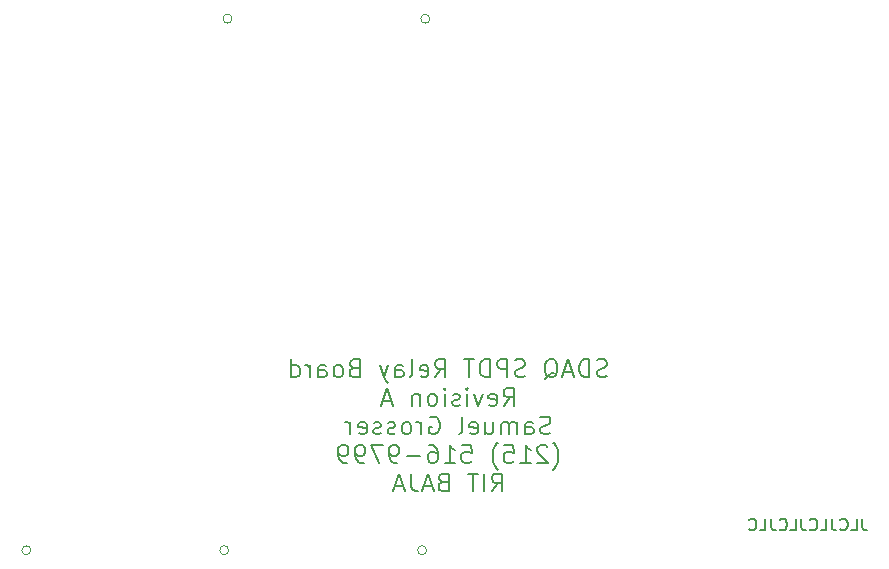
<source format=gbr>
%TF.GenerationSoftware,KiCad,Pcbnew,(6.0.4)*%
%TF.CreationDate,2022-03-25T16:17:33-04:00*%
%TF.ProjectId,relay_board,72656c61-795f-4626-9f61-72642e6b6963,rev?*%
%TF.SameCoordinates,Original*%
%TF.FileFunction,Legend,Bot*%
%TF.FilePolarity,Positive*%
%FSLAX46Y46*%
G04 Gerber Fmt 4.6, Leading zero omitted, Abs format (unit mm)*
G04 Created by KiCad (PCBNEW (6.0.4)) date 2022-03-25 16:17:33*
%MOMM*%
%LPD*%
G01*
G04 APERTURE LIST*
%ADD10C,0.170000*%
%ADD11C,0.150000*%
%ADD12C,0.120000*%
G04 APERTURE END LIST*
D10*
X215392857Y-105777142D02*
X215178571Y-105848571D01*
X214821428Y-105848571D01*
X214678571Y-105777142D01*
X214607142Y-105705714D01*
X214535714Y-105562857D01*
X214535714Y-105420000D01*
X214607142Y-105277142D01*
X214678571Y-105205714D01*
X214821428Y-105134285D01*
X215107142Y-105062857D01*
X215250000Y-104991428D01*
X215321428Y-104920000D01*
X215392857Y-104777142D01*
X215392857Y-104634285D01*
X215321428Y-104491428D01*
X215250000Y-104420000D01*
X215107142Y-104348571D01*
X214750000Y-104348571D01*
X214535714Y-104420000D01*
X213892857Y-105848571D02*
X213892857Y-104348571D01*
X213535714Y-104348571D01*
X213321428Y-104420000D01*
X213178571Y-104562857D01*
X213107142Y-104705714D01*
X213035714Y-104991428D01*
X213035714Y-105205714D01*
X213107142Y-105491428D01*
X213178571Y-105634285D01*
X213321428Y-105777142D01*
X213535714Y-105848571D01*
X213892857Y-105848571D01*
X212464285Y-105420000D02*
X211750000Y-105420000D01*
X212607142Y-105848571D02*
X212107142Y-104348571D01*
X211607142Y-105848571D01*
X210107142Y-105991428D02*
X210250000Y-105920000D01*
X210392857Y-105777142D01*
X210607142Y-105562857D01*
X210750000Y-105491428D01*
X210892857Y-105491428D01*
X210821428Y-105848571D02*
X210964285Y-105777142D01*
X211107142Y-105634285D01*
X211178571Y-105348571D01*
X211178571Y-104848571D01*
X211107142Y-104562857D01*
X210964285Y-104420000D01*
X210821428Y-104348571D01*
X210535714Y-104348571D01*
X210392857Y-104420000D01*
X210250000Y-104562857D01*
X210178571Y-104848571D01*
X210178571Y-105348571D01*
X210250000Y-105634285D01*
X210392857Y-105777142D01*
X210535714Y-105848571D01*
X210821428Y-105848571D01*
X208464285Y-105777142D02*
X208250000Y-105848571D01*
X207892857Y-105848571D01*
X207750000Y-105777142D01*
X207678571Y-105705714D01*
X207607142Y-105562857D01*
X207607142Y-105420000D01*
X207678571Y-105277142D01*
X207750000Y-105205714D01*
X207892857Y-105134285D01*
X208178571Y-105062857D01*
X208321428Y-104991428D01*
X208392857Y-104920000D01*
X208464285Y-104777142D01*
X208464285Y-104634285D01*
X208392857Y-104491428D01*
X208321428Y-104420000D01*
X208178571Y-104348571D01*
X207821428Y-104348571D01*
X207607142Y-104420000D01*
X206964285Y-105848571D02*
X206964285Y-104348571D01*
X206392857Y-104348571D01*
X206250000Y-104420000D01*
X206178571Y-104491428D01*
X206107142Y-104634285D01*
X206107142Y-104848571D01*
X206178571Y-104991428D01*
X206250000Y-105062857D01*
X206392857Y-105134285D01*
X206964285Y-105134285D01*
X205464285Y-105848571D02*
X205464285Y-104348571D01*
X205107142Y-104348571D01*
X204892857Y-104420000D01*
X204750000Y-104562857D01*
X204678571Y-104705714D01*
X204607142Y-104991428D01*
X204607142Y-105205714D01*
X204678571Y-105491428D01*
X204750000Y-105634285D01*
X204892857Y-105777142D01*
X205107142Y-105848571D01*
X205464285Y-105848571D01*
X204178571Y-104348571D02*
X203321428Y-104348571D01*
X203750000Y-105848571D02*
X203750000Y-104348571D01*
X200821428Y-105848571D02*
X201321428Y-105134285D01*
X201678571Y-105848571D02*
X201678571Y-104348571D01*
X201107142Y-104348571D01*
X200964285Y-104420000D01*
X200892857Y-104491428D01*
X200821428Y-104634285D01*
X200821428Y-104848571D01*
X200892857Y-104991428D01*
X200964285Y-105062857D01*
X201107142Y-105134285D01*
X201678571Y-105134285D01*
X199607142Y-105777142D02*
X199750000Y-105848571D01*
X200035714Y-105848571D01*
X200178571Y-105777142D01*
X200250000Y-105634285D01*
X200250000Y-105062857D01*
X200178571Y-104920000D01*
X200035714Y-104848571D01*
X199750000Y-104848571D01*
X199607142Y-104920000D01*
X199535714Y-105062857D01*
X199535714Y-105205714D01*
X200250000Y-105348571D01*
X198678571Y-105848571D02*
X198821428Y-105777142D01*
X198892857Y-105634285D01*
X198892857Y-104348571D01*
X197464285Y-105848571D02*
X197464285Y-105062857D01*
X197535714Y-104920000D01*
X197678571Y-104848571D01*
X197964285Y-104848571D01*
X198107142Y-104920000D01*
X197464285Y-105777142D02*
X197607142Y-105848571D01*
X197964285Y-105848571D01*
X198107142Y-105777142D01*
X198178571Y-105634285D01*
X198178571Y-105491428D01*
X198107142Y-105348571D01*
X197964285Y-105277142D01*
X197607142Y-105277142D01*
X197464285Y-105205714D01*
X196892857Y-104848571D02*
X196535714Y-105848571D01*
X196178571Y-104848571D02*
X196535714Y-105848571D01*
X196678571Y-106205714D01*
X196750000Y-106277142D01*
X196892857Y-106348571D01*
X193964285Y-105062857D02*
X193750000Y-105134285D01*
X193678571Y-105205714D01*
X193607142Y-105348571D01*
X193607142Y-105562857D01*
X193678571Y-105705714D01*
X193750000Y-105777142D01*
X193892857Y-105848571D01*
X194464285Y-105848571D01*
X194464285Y-104348571D01*
X193964285Y-104348571D01*
X193821428Y-104420000D01*
X193750000Y-104491428D01*
X193678571Y-104634285D01*
X193678571Y-104777142D01*
X193750000Y-104920000D01*
X193821428Y-104991428D01*
X193964285Y-105062857D01*
X194464285Y-105062857D01*
X192750000Y-105848571D02*
X192892857Y-105777142D01*
X192964285Y-105705714D01*
X193035714Y-105562857D01*
X193035714Y-105134285D01*
X192964285Y-104991428D01*
X192892857Y-104920000D01*
X192750000Y-104848571D01*
X192535714Y-104848571D01*
X192392857Y-104920000D01*
X192321428Y-104991428D01*
X192250000Y-105134285D01*
X192250000Y-105562857D01*
X192321428Y-105705714D01*
X192392857Y-105777142D01*
X192535714Y-105848571D01*
X192750000Y-105848571D01*
X190964285Y-105848571D02*
X190964285Y-105062857D01*
X191035714Y-104920000D01*
X191178571Y-104848571D01*
X191464285Y-104848571D01*
X191607142Y-104920000D01*
X190964285Y-105777142D02*
X191107142Y-105848571D01*
X191464285Y-105848571D01*
X191607142Y-105777142D01*
X191678571Y-105634285D01*
X191678571Y-105491428D01*
X191607142Y-105348571D01*
X191464285Y-105277142D01*
X191107142Y-105277142D01*
X190964285Y-105205714D01*
X190250000Y-105848571D02*
X190250000Y-104848571D01*
X190250000Y-105134285D02*
X190178571Y-104991428D01*
X190107142Y-104920000D01*
X189964285Y-104848571D01*
X189821428Y-104848571D01*
X188678571Y-105848571D02*
X188678571Y-104348571D01*
X188678571Y-105777142D02*
X188821428Y-105848571D01*
X189107142Y-105848571D01*
X189250000Y-105777142D01*
X189321428Y-105705714D01*
X189392857Y-105562857D01*
X189392857Y-105134285D01*
X189321428Y-104991428D01*
X189250000Y-104920000D01*
X189107142Y-104848571D01*
X188821428Y-104848571D01*
X188678571Y-104920000D01*
X206642857Y-108263571D02*
X207142857Y-107549285D01*
X207500000Y-108263571D02*
X207500000Y-106763571D01*
X206928571Y-106763571D01*
X206785714Y-106835000D01*
X206714285Y-106906428D01*
X206642857Y-107049285D01*
X206642857Y-107263571D01*
X206714285Y-107406428D01*
X206785714Y-107477857D01*
X206928571Y-107549285D01*
X207500000Y-107549285D01*
X205428571Y-108192142D02*
X205571428Y-108263571D01*
X205857142Y-108263571D01*
X206000000Y-108192142D01*
X206071428Y-108049285D01*
X206071428Y-107477857D01*
X206000000Y-107335000D01*
X205857142Y-107263571D01*
X205571428Y-107263571D01*
X205428571Y-107335000D01*
X205357142Y-107477857D01*
X205357142Y-107620714D01*
X206071428Y-107763571D01*
X204857142Y-107263571D02*
X204500000Y-108263571D01*
X204142857Y-107263571D01*
X203571428Y-108263571D02*
X203571428Y-107263571D01*
X203571428Y-106763571D02*
X203642857Y-106835000D01*
X203571428Y-106906428D01*
X203500000Y-106835000D01*
X203571428Y-106763571D01*
X203571428Y-106906428D01*
X202928571Y-108192142D02*
X202785714Y-108263571D01*
X202500000Y-108263571D01*
X202357142Y-108192142D01*
X202285714Y-108049285D01*
X202285714Y-107977857D01*
X202357142Y-107835000D01*
X202500000Y-107763571D01*
X202714285Y-107763571D01*
X202857142Y-107692142D01*
X202928571Y-107549285D01*
X202928571Y-107477857D01*
X202857142Y-107335000D01*
X202714285Y-107263571D01*
X202500000Y-107263571D01*
X202357142Y-107335000D01*
X201642857Y-108263571D02*
X201642857Y-107263571D01*
X201642857Y-106763571D02*
X201714285Y-106835000D01*
X201642857Y-106906428D01*
X201571428Y-106835000D01*
X201642857Y-106763571D01*
X201642857Y-106906428D01*
X200714285Y-108263571D02*
X200857142Y-108192142D01*
X200928571Y-108120714D01*
X201000000Y-107977857D01*
X201000000Y-107549285D01*
X200928571Y-107406428D01*
X200857142Y-107335000D01*
X200714285Y-107263571D01*
X200500000Y-107263571D01*
X200357142Y-107335000D01*
X200285714Y-107406428D01*
X200214285Y-107549285D01*
X200214285Y-107977857D01*
X200285714Y-108120714D01*
X200357142Y-108192142D01*
X200500000Y-108263571D01*
X200714285Y-108263571D01*
X199571428Y-107263571D02*
X199571428Y-108263571D01*
X199571428Y-107406428D02*
X199500000Y-107335000D01*
X199357142Y-107263571D01*
X199142857Y-107263571D01*
X199000000Y-107335000D01*
X198928571Y-107477857D01*
X198928571Y-108263571D01*
X197142857Y-107835000D02*
X196428571Y-107835000D01*
X197285714Y-108263571D02*
X196785714Y-106763571D01*
X196285714Y-108263571D01*
X210607142Y-110607142D02*
X210392857Y-110678571D01*
X210035714Y-110678571D01*
X209892857Y-110607142D01*
X209821428Y-110535714D01*
X209750000Y-110392857D01*
X209750000Y-110250000D01*
X209821428Y-110107142D01*
X209892857Y-110035714D01*
X210035714Y-109964285D01*
X210321428Y-109892857D01*
X210464285Y-109821428D01*
X210535714Y-109750000D01*
X210607142Y-109607142D01*
X210607142Y-109464285D01*
X210535714Y-109321428D01*
X210464285Y-109250000D01*
X210321428Y-109178571D01*
X209964285Y-109178571D01*
X209750000Y-109250000D01*
X208464285Y-110678571D02*
X208464285Y-109892857D01*
X208535714Y-109750000D01*
X208678571Y-109678571D01*
X208964285Y-109678571D01*
X209107142Y-109750000D01*
X208464285Y-110607142D02*
X208607142Y-110678571D01*
X208964285Y-110678571D01*
X209107142Y-110607142D01*
X209178571Y-110464285D01*
X209178571Y-110321428D01*
X209107142Y-110178571D01*
X208964285Y-110107142D01*
X208607142Y-110107142D01*
X208464285Y-110035714D01*
X207750000Y-110678571D02*
X207750000Y-109678571D01*
X207750000Y-109821428D02*
X207678571Y-109750000D01*
X207535714Y-109678571D01*
X207321428Y-109678571D01*
X207178571Y-109750000D01*
X207107142Y-109892857D01*
X207107142Y-110678571D01*
X207107142Y-109892857D02*
X207035714Y-109750000D01*
X206892857Y-109678571D01*
X206678571Y-109678571D01*
X206535714Y-109750000D01*
X206464285Y-109892857D01*
X206464285Y-110678571D01*
X205107142Y-109678571D02*
X205107142Y-110678571D01*
X205750000Y-109678571D02*
X205750000Y-110464285D01*
X205678571Y-110607142D01*
X205535714Y-110678571D01*
X205321428Y-110678571D01*
X205178571Y-110607142D01*
X205107142Y-110535714D01*
X203821428Y-110607142D02*
X203964285Y-110678571D01*
X204250000Y-110678571D01*
X204392857Y-110607142D01*
X204464285Y-110464285D01*
X204464285Y-109892857D01*
X204392857Y-109750000D01*
X204250000Y-109678571D01*
X203964285Y-109678571D01*
X203821428Y-109750000D01*
X203750000Y-109892857D01*
X203750000Y-110035714D01*
X204464285Y-110178571D01*
X202892857Y-110678571D02*
X203035714Y-110607142D01*
X203107142Y-110464285D01*
X203107142Y-109178571D01*
X200392857Y-109250000D02*
X200535714Y-109178571D01*
X200750000Y-109178571D01*
X200964285Y-109250000D01*
X201107142Y-109392857D01*
X201178571Y-109535714D01*
X201250000Y-109821428D01*
X201250000Y-110035714D01*
X201178571Y-110321428D01*
X201107142Y-110464285D01*
X200964285Y-110607142D01*
X200750000Y-110678571D01*
X200607142Y-110678571D01*
X200392857Y-110607142D01*
X200321428Y-110535714D01*
X200321428Y-110035714D01*
X200607142Y-110035714D01*
X199678571Y-110678571D02*
X199678571Y-109678571D01*
X199678571Y-109964285D02*
X199607142Y-109821428D01*
X199535714Y-109750000D01*
X199392857Y-109678571D01*
X199250000Y-109678571D01*
X198535714Y-110678571D02*
X198678571Y-110607142D01*
X198750000Y-110535714D01*
X198821428Y-110392857D01*
X198821428Y-109964285D01*
X198750000Y-109821428D01*
X198678571Y-109750000D01*
X198535714Y-109678571D01*
X198321428Y-109678571D01*
X198178571Y-109750000D01*
X198107142Y-109821428D01*
X198035714Y-109964285D01*
X198035714Y-110392857D01*
X198107142Y-110535714D01*
X198178571Y-110607142D01*
X198321428Y-110678571D01*
X198535714Y-110678571D01*
X197464285Y-110607142D02*
X197321428Y-110678571D01*
X197035714Y-110678571D01*
X196892857Y-110607142D01*
X196821428Y-110464285D01*
X196821428Y-110392857D01*
X196892857Y-110250000D01*
X197035714Y-110178571D01*
X197250000Y-110178571D01*
X197392857Y-110107142D01*
X197464285Y-109964285D01*
X197464285Y-109892857D01*
X197392857Y-109750000D01*
X197250000Y-109678571D01*
X197035714Y-109678571D01*
X196892857Y-109750000D01*
X196250000Y-110607142D02*
X196107142Y-110678571D01*
X195821428Y-110678571D01*
X195678571Y-110607142D01*
X195607142Y-110464285D01*
X195607142Y-110392857D01*
X195678571Y-110250000D01*
X195821428Y-110178571D01*
X196035714Y-110178571D01*
X196178571Y-110107142D01*
X196250000Y-109964285D01*
X196250000Y-109892857D01*
X196178571Y-109750000D01*
X196035714Y-109678571D01*
X195821428Y-109678571D01*
X195678571Y-109750000D01*
X194392857Y-110607142D02*
X194535714Y-110678571D01*
X194821428Y-110678571D01*
X194964285Y-110607142D01*
X195035714Y-110464285D01*
X195035714Y-109892857D01*
X194964285Y-109750000D01*
X194821428Y-109678571D01*
X194535714Y-109678571D01*
X194392857Y-109750000D01*
X194321428Y-109892857D01*
X194321428Y-110035714D01*
X195035714Y-110178571D01*
X193678571Y-110678571D02*
X193678571Y-109678571D01*
X193678571Y-109964285D02*
X193607142Y-109821428D01*
X193535714Y-109750000D01*
X193392857Y-109678571D01*
X193250000Y-109678571D01*
X210857142Y-113665000D02*
X210928571Y-113593571D01*
X211071428Y-113379285D01*
X211142857Y-113236428D01*
X211214285Y-113022142D01*
X211285714Y-112665000D01*
X211285714Y-112379285D01*
X211214285Y-112022142D01*
X211142857Y-111807857D01*
X211071428Y-111665000D01*
X210928571Y-111450714D01*
X210857142Y-111379285D01*
X210357142Y-111736428D02*
X210285714Y-111665000D01*
X210142857Y-111593571D01*
X209785714Y-111593571D01*
X209642857Y-111665000D01*
X209571428Y-111736428D01*
X209500000Y-111879285D01*
X209500000Y-112022142D01*
X209571428Y-112236428D01*
X210428571Y-113093571D01*
X209500000Y-113093571D01*
X208071428Y-113093571D02*
X208928571Y-113093571D01*
X208500000Y-113093571D02*
X208500000Y-111593571D01*
X208642857Y-111807857D01*
X208785714Y-111950714D01*
X208928571Y-112022142D01*
X206714285Y-111593571D02*
X207428571Y-111593571D01*
X207500000Y-112307857D01*
X207428571Y-112236428D01*
X207285714Y-112165000D01*
X206928571Y-112165000D01*
X206785714Y-112236428D01*
X206714285Y-112307857D01*
X206642857Y-112450714D01*
X206642857Y-112807857D01*
X206714285Y-112950714D01*
X206785714Y-113022142D01*
X206928571Y-113093571D01*
X207285714Y-113093571D01*
X207428571Y-113022142D01*
X207500000Y-112950714D01*
X206142857Y-113665000D02*
X206071428Y-113593571D01*
X205928571Y-113379285D01*
X205857142Y-113236428D01*
X205785714Y-113022142D01*
X205714285Y-112665000D01*
X205714285Y-112379285D01*
X205785714Y-112022142D01*
X205857142Y-111807857D01*
X205928571Y-111665000D01*
X206071428Y-111450714D01*
X206142857Y-111379285D01*
X203142857Y-111593571D02*
X203857142Y-111593571D01*
X203928571Y-112307857D01*
X203857142Y-112236428D01*
X203714285Y-112165000D01*
X203357142Y-112165000D01*
X203214285Y-112236428D01*
X203142857Y-112307857D01*
X203071428Y-112450714D01*
X203071428Y-112807857D01*
X203142857Y-112950714D01*
X203214285Y-113022142D01*
X203357142Y-113093571D01*
X203714285Y-113093571D01*
X203857142Y-113022142D01*
X203928571Y-112950714D01*
X201642857Y-113093571D02*
X202500000Y-113093571D01*
X202071428Y-113093571D02*
X202071428Y-111593571D01*
X202214285Y-111807857D01*
X202357142Y-111950714D01*
X202500000Y-112022142D01*
X200357142Y-111593571D02*
X200642857Y-111593571D01*
X200785714Y-111665000D01*
X200857142Y-111736428D01*
X201000000Y-111950714D01*
X201071428Y-112236428D01*
X201071428Y-112807857D01*
X201000000Y-112950714D01*
X200928571Y-113022142D01*
X200785714Y-113093571D01*
X200500000Y-113093571D01*
X200357142Y-113022142D01*
X200285714Y-112950714D01*
X200214285Y-112807857D01*
X200214285Y-112450714D01*
X200285714Y-112307857D01*
X200357142Y-112236428D01*
X200500000Y-112165000D01*
X200785714Y-112165000D01*
X200928571Y-112236428D01*
X201000000Y-112307857D01*
X201071428Y-112450714D01*
X199571428Y-112522142D02*
X198428571Y-112522142D01*
X197642857Y-113093571D02*
X197357142Y-113093571D01*
X197214285Y-113022142D01*
X197142857Y-112950714D01*
X197000000Y-112736428D01*
X196928571Y-112450714D01*
X196928571Y-111879285D01*
X197000000Y-111736428D01*
X197071428Y-111665000D01*
X197214285Y-111593571D01*
X197500000Y-111593571D01*
X197642857Y-111665000D01*
X197714285Y-111736428D01*
X197785714Y-111879285D01*
X197785714Y-112236428D01*
X197714285Y-112379285D01*
X197642857Y-112450714D01*
X197500000Y-112522142D01*
X197214285Y-112522142D01*
X197071428Y-112450714D01*
X197000000Y-112379285D01*
X196928571Y-112236428D01*
X196428571Y-111593571D02*
X195428571Y-111593571D01*
X196071428Y-113093571D01*
X194785714Y-113093571D02*
X194500000Y-113093571D01*
X194357142Y-113022142D01*
X194285714Y-112950714D01*
X194142857Y-112736428D01*
X194071428Y-112450714D01*
X194071428Y-111879285D01*
X194142857Y-111736428D01*
X194214285Y-111665000D01*
X194357142Y-111593571D01*
X194642857Y-111593571D01*
X194785714Y-111665000D01*
X194857142Y-111736428D01*
X194928571Y-111879285D01*
X194928571Y-112236428D01*
X194857142Y-112379285D01*
X194785714Y-112450714D01*
X194642857Y-112522142D01*
X194357142Y-112522142D01*
X194214285Y-112450714D01*
X194142857Y-112379285D01*
X194071428Y-112236428D01*
X193357142Y-113093571D02*
X193071428Y-113093571D01*
X192928571Y-113022142D01*
X192857142Y-112950714D01*
X192714285Y-112736428D01*
X192642857Y-112450714D01*
X192642857Y-111879285D01*
X192714285Y-111736428D01*
X192785714Y-111665000D01*
X192928571Y-111593571D01*
X193214285Y-111593571D01*
X193357142Y-111665000D01*
X193428571Y-111736428D01*
X193500000Y-111879285D01*
X193500000Y-112236428D01*
X193428571Y-112379285D01*
X193357142Y-112450714D01*
X193214285Y-112522142D01*
X192928571Y-112522142D01*
X192785714Y-112450714D01*
X192714285Y-112379285D01*
X192642857Y-112236428D01*
X205642857Y-115508571D02*
X206142857Y-114794285D01*
X206500000Y-115508571D02*
X206500000Y-114008571D01*
X205928571Y-114008571D01*
X205785714Y-114080000D01*
X205714285Y-114151428D01*
X205642857Y-114294285D01*
X205642857Y-114508571D01*
X205714285Y-114651428D01*
X205785714Y-114722857D01*
X205928571Y-114794285D01*
X206500000Y-114794285D01*
X205000000Y-115508571D02*
X205000000Y-114008571D01*
X204500000Y-114008571D02*
X203642857Y-114008571D01*
X204071428Y-115508571D02*
X204071428Y-114008571D01*
X201500000Y-114722857D02*
X201285714Y-114794285D01*
X201214285Y-114865714D01*
X201142857Y-115008571D01*
X201142857Y-115222857D01*
X201214285Y-115365714D01*
X201285714Y-115437142D01*
X201428571Y-115508571D01*
X202000000Y-115508571D01*
X202000000Y-114008571D01*
X201500000Y-114008571D01*
X201357142Y-114080000D01*
X201285714Y-114151428D01*
X201214285Y-114294285D01*
X201214285Y-114437142D01*
X201285714Y-114580000D01*
X201357142Y-114651428D01*
X201500000Y-114722857D01*
X202000000Y-114722857D01*
X200571428Y-115080000D02*
X199857142Y-115080000D01*
X200714285Y-115508571D02*
X200214285Y-114008571D01*
X199714285Y-115508571D01*
X198785714Y-114008571D02*
X198785714Y-115080000D01*
X198857142Y-115294285D01*
X199000000Y-115437142D01*
X199214285Y-115508571D01*
X199357142Y-115508571D01*
X198142857Y-115080000D02*
X197428571Y-115080000D01*
X198285714Y-115508571D02*
X197785714Y-114008571D01*
X197285714Y-115508571D01*
D11*
X237003647Y-117816380D02*
X237003647Y-118530666D01*
X237051266Y-118673523D01*
X237146504Y-118768761D01*
X237289361Y-118816380D01*
X237384600Y-118816380D01*
X236051266Y-118816380D02*
X236527457Y-118816380D01*
X236527457Y-117816380D01*
X235146504Y-118721142D02*
X235194123Y-118768761D01*
X235336980Y-118816380D01*
X235432219Y-118816380D01*
X235575076Y-118768761D01*
X235670314Y-118673523D01*
X235717933Y-118578285D01*
X235765552Y-118387809D01*
X235765552Y-118244952D01*
X235717933Y-118054476D01*
X235670314Y-117959238D01*
X235575076Y-117864000D01*
X235432219Y-117816380D01*
X235336980Y-117816380D01*
X235194123Y-117864000D01*
X235146504Y-117911619D01*
X234432219Y-117816380D02*
X234432219Y-118530666D01*
X234479838Y-118673523D01*
X234575076Y-118768761D01*
X234717933Y-118816380D01*
X234813171Y-118816380D01*
X233479838Y-118816380D02*
X233956028Y-118816380D01*
X233956028Y-117816380D01*
X232575076Y-118721142D02*
X232622695Y-118768761D01*
X232765552Y-118816380D01*
X232860790Y-118816380D01*
X233003647Y-118768761D01*
X233098885Y-118673523D01*
X233146504Y-118578285D01*
X233194123Y-118387809D01*
X233194123Y-118244952D01*
X233146504Y-118054476D01*
X233098885Y-117959238D01*
X233003647Y-117864000D01*
X232860790Y-117816380D01*
X232765552Y-117816380D01*
X232622695Y-117864000D01*
X232575076Y-117911619D01*
X231860790Y-117816380D02*
X231860790Y-118530666D01*
X231908409Y-118673523D01*
X232003647Y-118768761D01*
X232146504Y-118816380D01*
X232241742Y-118816380D01*
X230908409Y-118816380D02*
X231384600Y-118816380D01*
X231384600Y-117816380D01*
X230003647Y-118721142D02*
X230051266Y-118768761D01*
X230194123Y-118816380D01*
X230289361Y-118816380D01*
X230432219Y-118768761D01*
X230527457Y-118673523D01*
X230575076Y-118578285D01*
X230622695Y-118387809D01*
X230622695Y-118244952D01*
X230575076Y-118054476D01*
X230527457Y-117959238D01*
X230432219Y-117864000D01*
X230289361Y-117816380D01*
X230194123Y-117816380D01*
X230051266Y-117864000D01*
X230003647Y-117911619D01*
X229289361Y-117816380D02*
X229289361Y-118530666D01*
X229336980Y-118673523D01*
X229432219Y-118768761D01*
X229575076Y-118816380D01*
X229670314Y-118816380D01*
X228336980Y-118816380D02*
X228813171Y-118816380D01*
X228813171Y-117816380D01*
X227432219Y-118721142D02*
X227479838Y-118768761D01*
X227622695Y-118816380D01*
X227717933Y-118816380D01*
X227860790Y-118768761D01*
X227956028Y-118673523D01*
X228003647Y-118578285D01*
X228051266Y-118387809D01*
X228051266Y-118244952D01*
X228003647Y-118054476D01*
X227956028Y-117959238D01*
X227860790Y-117864000D01*
X227717933Y-117816380D01*
X227622695Y-117816380D01*
X227479838Y-117864000D01*
X227432219Y-117911619D01*
D12*
%TO.C,J1*%
X166619000Y-120500000D02*
G75*
G03*
X166619000Y-120500000I-381000J0D01*
G01*
%TO.C,J7*%
X183643000Y-75500000D02*
G75*
G03*
X183643000Y-75500000I-381000J0D01*
G01*
%TO.C,J*%
X200119000Y-120500000D02*
G75*
G03*
X200119000Y-120500000I-381000J0D01*
G01*
%TO.C,J2*%
X183369000Y-120500000D02*
G75*
G03*
X183369000Y-120500000I-381000J0D01*
G01*
%TO.C,J4*%
X200393000Y-75500000D02*
G75*
G03*
X200393000Y-75500000I-381000J0D01*
G01*
%TD*%
M02*

</source>
